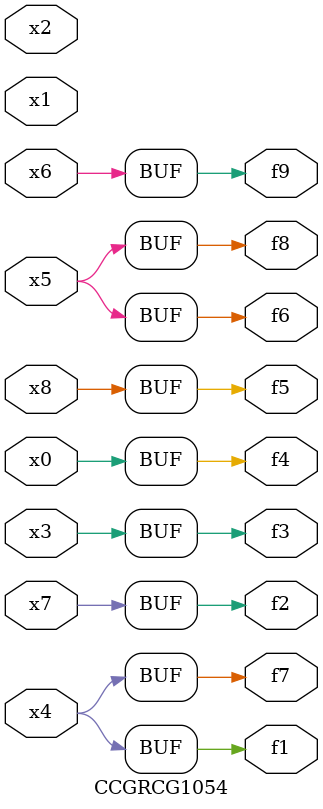
<source format=v>
module CCGRCG1054(
	input x0, x1, x2, x3, x4, x5, x6, x7, x8,
	output f1, f2, f3, f4, f5, f6, f7, f8, f9
);
	assign f1 = x4;
	assign f2 = x7;
	assign f3 = x3;
	assign f4 = x0;
	assign f5 = x8;
	assign f6 = x5;
	assign f7 = x4;
	assign f8 = x5;
	assign f9 = x6;
endmodule

</source>
